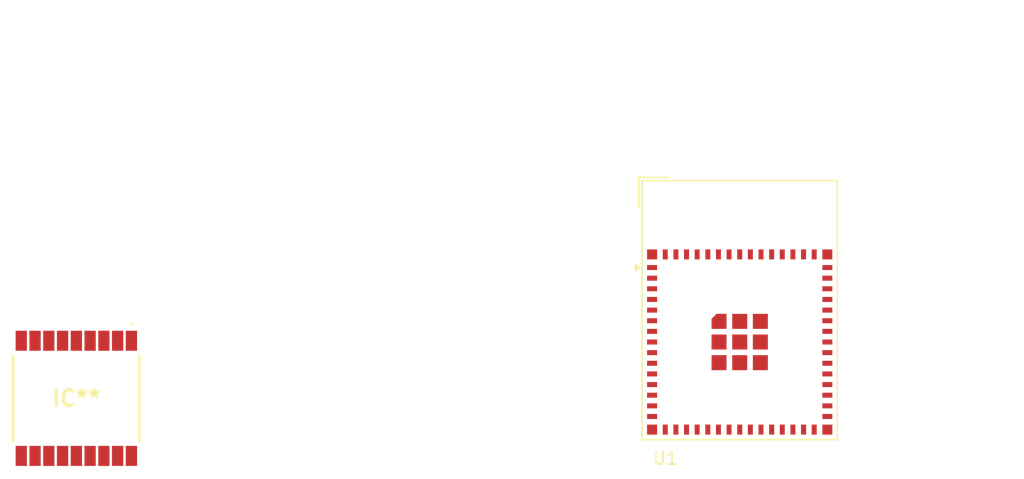
<source format=kicad_pcb>
(kicad_pcb (version 20240108) (generator "pcbnew") (generator_version "8.0")
  (layers (0 "F.Cu" signal) (31 "B.Cu" signal) (34 "B.Paste" user) (35 "F.Paste" user) (36 "B.SilkS" user "B.Silkscreen") (37 "F.SilkS" user "F.Silkscreen") (38 "B.Mask" user) (39 "F.Mask" user) (44 "Edge.Cuts" user))
  (net 0 "")
  (net 3 "Net-(U1-GND-Pad1)")
  (footprint "SamacSys_Parts:TESEOLIV3R" (layer "F.Cu") (at 134 115.5)
    (property "Reference" "IC**" (at 0 0 0) (layer "F.SilkS") (effects (font (size 1.27 1.27) (thickness 0.254))))
    (property "Value" "TESEOLIV3R" (hide yes))
    (fp_line (start -5.05 -3.4) (end -5.05 3.4) (stroke (width 0.2)) (layer "F.SilkS"))
    (fp_line (start 4.4 -6) (end 4.4 -6) (stroke (width 0.1)) (layer "F.SilkS"))
    (fp_line (start 4.4 -5.9) (end 4.4 -5.9) (stroke (width 0.1)) (layer "F.SilkS"))
    (fp_line (start 5.05 -3.4) (end 5.05 3.4) (stroke (width 0.2)) (layer "F.SilkS"))
    (fp_arc (start 4.4 -6) (mid 4.45 -5.95) (end 4.4 -5.9) (stroke (width 0.1)) (layer "F.SilkS"))
    (fp_arc (start 4.4 -5.9) (mid 4.35 -5.95) (end 4.4 -6) (stroke (width 0.1)) (layer "F.SilkS"))
    (pad "1" smd rect (at 4.4 -4.6) (size 0.9 1.6) (layers "F.Cu" "F.Paste" "F.Mask"))
    (pad "2" smd rect (at 3.3 -4.6) (size 0.9 1.6) (layers "F.Cu" "F.Paste" "F.Mask"))
    (pad "3" smd rect (at 2.2 -4.6) (size 0.9 1.6) (layers "F.Cu" "F.Paste" "F.Mask"))
    (pad "4" smd rect (at 1.1 -4.6) (size 0.9 1.6) (layers "F.Cu" "F.Paste" "F.Mask"))
    (pad "5" smd rect (at 0 -4.6) (size 0.9 1.6) (layers "F.Cu" "F.Paste" "F.Mask"))
    (pad "6" smd rect (at -1.1 -4.6) (size 0.9 1.6) (layers "F.Cu" "F.Paste" "F.Mask"))
    (pad "7" smd rect (at -2.2 -4.6) (size 0.9 1.6) (layers "F.Cu" "F.Paste" "F.Mask"))
    (pad "8" smd rect (at -3.3 -4.6) (size 0.9 1.6) (layers "F.Cu" "F.Paste" "F.Mask"))
    (pad "9" smd rect (at -4.4 -4.6) (size 0.9 1.6) (layers "F.Cu" "F.Paste" "F.Mask"))
    (pad "10" smd rect (at -4.4 4.6) (size 0.9 1.6) (layers "F.Cu" "F.Paste" "F.Mask"))
    (pad "11" smd rect (at -3.3 4.6) (size 0.9 1.6) (layers "F.Cu" "F.Paste" "F.Mask"))
    (pad "12" smd rect (at -2.2 4.6) (size 0.9 1.6) (layers "F.Cu" "F.Paste" "F.Mask"))
    (pad "13" smd rect (at -1.1 4.6) (size 0.9 1.6) (layers "F.Cu" "F.Paste" "F.Mask"))
    (pad "14" smd rect (at 0 4.6) (size 0.9 1.6) (layers "F.Cu" "F.Paste" "F.Mask"))
    (pad "15" smd rect (at 1.1 4.6) (size 0.9 1.6) (layers "F.Cu" "F.Paste" "F.Mask"))
    (pad "16" smd rect (at 2.2 4.6) (size 0.9 1.6) (layers "F.Cu" "F.Paste" "F.Mask"))
    (pad "17" smd rect (at 3.3 4.6) (size 0.9 1.6) (layers "F.Cu" "F.Paste" "F.Mask"))
    (pad "18" smd rect (at 4.4 4.6) (size 0.9 1.6) (layers "F.Cu" "F.Paste" "F.Mask"))
  )
  (footprint "RF_Module:ESP32-S2-MINI-1" (layer "F.Cu") (at 187 108.45)
    (property "Reference" "U1" (at -5.95 11.85 0) (layer "F.SilkS"))
    (property "Value" "ESP32-S3-MINI-1")
    (fp_line (start -8.075 -10.6) (end -8.075 -8.15) (stroke (width 0.12)) (layer "F.SilkS"))
    (fp_line (start -8.075 -10.6) (end -5.625 -10.6) (stroke (width 0.12)) (layer "F.SilkS"))
    (fp_line (start -7.8 -10.35) (end 7.8 -10.35) (stroke (width 0.12)) (layer "F.SilkS"))
    (fp_line (start -7.8 10.35) (end -7.8 -10.35) (stroke (width 0.12)) (layer "F.SilkS"))
    (fp_line (start 7.8 -10.35) (end 7.8 10.35) (stroke (width 0.12)) (layer "F.SilkS"))
    (fp_line (start 7.8 10.35) (end -7.8 10.35) (stroke (width 0.12)) (layer "F.SilkS"))
    (fp_poly (pts (xy -7.975 -3.4) (xy -8.311 -3.16) (xy -8.311 -3.64) (xy -7.975 -3.4)) (stroke (width 0.12)) (fill solid) (layer "F.SilkS"))
    (pad "1" smd rect (at -7 -3.4) (size 0.8 0.4) (layers "F.Cu" "F.Paste" "F.Mask") (net 3 "Net-(U1-GND-Pad1)"))
    (pad "2" smd rect (at -7 -2.55) (size 0.8 0.4) (layers "F.Cu" "F.Paste" "F.Mask") (net 3 "Net-(U1-GND-Pad1)"))
    (pad "3" smd rect (at -7 -1.7) (size 0.8 0.4) (layers "F.Cu" "F.Paste" "F.Mask"))
    (pad "4" smd rect (at -7 -0.85) (size 0.8 0.4) (layers "F.Cu" "F.Paste" "F.Mask"))
    (pad "5" smd rect (at -7 0) (size 0.8 0.4) (layers "F.Cu" "F.Paste" "F.Mask"))
    (pad "6" smd rect (at -7 0.85) (size 0.8 0.4) (layers "F.Cu" "F.Paste" "F.Mask"))
    (pad "7" smd rect (at -7 1.7) (size 0.8 0.4) (layers "F.Cu" "F.Paste" "F.Mask"))
    (pad "8" smd rect (at -7 2.55) (size 0.8 0.4) (layers "F.Cu" "F.Paste" "F.Mask"))
    (pad "9" smd rect (at -7 3.4) (size 0.8 0.4) (layers "F.Cu" "F.Paste" "F.Mask"))
    (pad "10" smd rect (at -7 4.25) (size 0.8 0.4) (layers "F.Cu" "F.Paste" "F.Mask"))
    (pad "11" smd rect (at -7 5.1) (size 0.8 0.4) (layers "F.Cu" "F.Paste" "F.Mask"))
    (pad "12" smd rect (at -7 5.95) (size 0.8 0.4) (layers "F.Cu" "F.Paste" "F.Mask"))
    (pad "13" smd rect (at -7 6.8) (size 0.8 0.4) (layers "F.Cu" "F.Paste" "F.Mask"))
    (pad "14" smd rect (at -7 7.65) (size 0.8 0.4) (layers "F.Cu" "F.Paste" "F.Mask"))
    (pad "15" smd rect (at -7 8.5) (size 0.8 0.4) (layers "F.Cu" "F.Paste" "F.Mask"))
    (pad "16" smd rect (at -5.95 9.55 90) (size 0.8 0.4) (layers "F.Cu" "F.Paste" "F.Mask"))
    (pad "17" smd rect (at -5.1 9.55 90) (size 0.8 0.4) (layers "F.Cu" "F.Paste" "F.Mask"))
    (pad "18" smd rect (at -4.25 9.55 90) (size 0.8 0.4) (layers "F.Cu" "F.Paste" "F.Mask"))
    (pad "19" smd rect (at -3.4 9.55 90) (size 0.8 0.4) (layers "F.Cu" "F.Paste" "F.Mask"))
    (pad "20" smd rect (at -2.55 9.55 90) (size 0.8 0.4) (layers "F.Cu" "F.Paste" "F.Mask"))
    (pad "21" smd rect (at -1.7 9.55 90) (size 0.8 0.4) (layers "F.Cu" "F.Paste" "F.Mask"))
    (pad "22" smd rect (at -0.85 9.55 90) (size 0.8 0.4) (layers "F.Cu" "F.Paste" "F.Mask"))
    (pad "23" smd rect (at 0 9.55 90) (size 0.8 0.4) (layers "F.Cu" "F.Paste" "F.Mask"))
    (pad "24" smd rect (at 0.85 9.55 90) (size 0.8 0.4) (layers "F.Cu" "F.Paste" "F.Mask"))
    (pad "25" smd rect (at 1.7 9.55 90) (size 0.8 0.4) (layers "F.Cu" "F.Paste" "F.Mask"))
    (pad "26" smd rect (at 2.55 9.55 90) (size 0.8 0.4) (layers "F.Cu" "F.Paste" "F.Mask"))
    (pad "27" smd rect (at 3.4 9.55 90) (size 0.8 0.4) (layers "F.Cu" "F.Paste" "F.Mask"))
    (pad "28" smd rect (at 4.25 9.55 90) (size 0.8 0.4) (layers "F.Cu" "F.Paste" "F.Mask"))
    (pad "29" smd rect (at 5.1 9.55 90) (size 0.8 0.4) (layers "F.Cu" "F.Paste" "F.Mask"))
    (pad "30" smd rect (at 5.95 9.55 90) (size 0.8 0.4) (layers "F.Cu" "F.Paste" "F.Mask"))
    (pad "31" smd rect (at 7 8.5) (size 0.8 0.4) (layers "F.Cu" "F.Paste" "F.Mask"))
    (pad "32" smd rect (at 7 7.65) (size 0.8 0.4) (layers "F.Cu" "F.Paste" "F.Mask"))
    (pad "33" smd rect (at 7 6.8) (size 0.8 0.4) (layers "F.Cu" "F.Paste" "F.Mask"))
    (pad "34" smd rect (at 7 5.95) (size 0.8 0.4) (layers "F.Cu" "F.Paste" "F.Mask"))
    (pad "35" smd rect (at 7 5.1) (size 0.8 0.4) (layers "F.Cu" "F.Paste" "F.Mask"))
    (pad "36" smd rect (at 7 4.25) (size 0.8 0.4) (layers "F.Cu" "F.Paste" "F.Mask"))
    (pad "37" smd rect (at 7 3.4) (size 0.8 0.4) (layers "F.Cu" "F.Paste" "F.Mask"))
    (pad "38" smd rect (at 7 2.55) (size 0.8 0.4) (layers "F.Cu" "F.Paste" "F.Mask"))
    (pad "39" smd rect (at 7 1.7) (size 0.8 0.4) (layers "F.Cu" "F.Paste" "F.Mask"))
    (pad "40" smd rect (at 7 0.85) (size 0.8 0.4) (layers "F.Cu" "F.Paste" "F.Mask"))
    (pad "41" smd rect (at 7 0) (size 0.8 0.4) (layers "F.Cu" "F.Paste" "F.Mask"))
    (pad "42" smd rect (at 7 -0.85) (size 0.8 0.4) (layers "F.Cu" "F.Paste" "F.Mask") (net 3 "Net-(U1-GND-Pad1)"))
    (pad "43" smd rect (at 7 -1.7) (size 0.8 0.4) (layers "F.Cu" "F.Paste" "F.Mask") (net 3 "Net-(U1-GND-Pad1)"))
    (pad "44" smd rect (at 7 -2.55) (size 0.8 0.4) (layers "F.Cu" "F.Paste" "F.Mask"))
    (pad "45" smd rect (at 7 -3.4) (size 0.8 0.4) (layers "F.Cu" "F.Paste" "F.Mask"))
    (pad "46" smd rect (at 5.95 -4.45 90) (size 0.8 0.4) (layers "F.Cu" "F.Paste" "F.Mask") (net 3 "Net-(U1-GND-Pad1)"))
    (pad "47" smd rect (at 5.1 -4.45 90) (size 0.8 0.4) (layers "F.Cu" "F.Paste" "F.Mask") (net 3 "Net-(U1-GND-Pad1)"))
    (pad "48" smd rect (at 4.25 -4.45 90) (size 0.8 0.4) (layers "F.Cu" "F.Paste" "F.Mask") (net 3 "Net-(U1-GND-Pad1)"))
    (pad "49" smd rect (at 3.4 -4.45 90) (size 0.8 0.4) (layers "F.Cu" "F.Paste" "F.Mask") (net 3 "Net-(U1-GND-Pad1)"))
    (pad "50" smd rect (at 2.55 -4.45 90) (size 0.8 0.4) (layers "F.Cu" "F.Paste" "F.Mask") (net 3 "Net-(U1-GND-Pad1)"))
    (pad "51" smd rect (at 1.7 -4.45 90) (size 0.8 0.4) (layers "F.Cu" "F.Paste" "F.Mask") (net 3 "Net-(U1-GND-Pad1)"))
    (pad "52" smd rect (at 0.85 -4.45 90) (size 0.8 0.4) (layers "F.Cu" "F.Paste" "F.Mask") (net 3 "Net-(U1-GND-Pad1)"))
    (pad "53" smd rect (at 0 -4.45 90) (size 0.8 0.4) (layers "F.Cu" "F.Paste" "F.Mask") (net 3 "Net-(U1-GND-Pad1)"))
    (pad "54" smd rect (at -0.85 -4.45 90) (size 0.8 0.4) (layers "F.Cu" "F.Paste" "F.Mask") (net 3 "Net-(U1-GND-Pad1)"))
    (pad "55" smd rect (at -1.7 -4.45 90) (size 0.8 0.4) (layers "F.Cu" "F.Paste" "F.Mask") (net 3 "Net-(U1-GND-Pad1)"))
    (pad "56" smd rect (at -2.55 -4.45 90) (size 0.8 0.4) (layers "F.Cu" "F.Paste" "F.Mask") (net 3 "Net-(U1-GND-Pad1)"))
    (pad "57" smd rect (at -3.4 -4.45 90) (size 0.8 0.4) (layers "F.Cu" "F.Paste" "F.Mask") (net 3 "Net-(U1-GND-Pad1)"))
    (pad "58" smd rect (at -4.25 -4.45 90) (size 0.8 0.4) (layers "F.Cu" "F.Paste" "F.Mask") (net 3 "Net-(U1-GND-Pad1)"))
    (pad "59" smd rect (at -5.1 -4.45 90) (size 0.8 0.4) (layers "F.Cu" "F.Paste" "F.Mask") (net 3 "Net-(U1-GND-Pad1)"))
    (pad "60" smd rect (at -5.95 -4.45 90) (size 0.8 0.4) (layers "F.Cu" "F.Paste" "F.Mask") (net 3 "Net-(U1-GND-Pad1)"))
    (pad "61" smd roundrect (at -1.65 0.9) (size 1.2 1.2) (layers "F.Cu" "F.Paste" "F.Mask") (roundrect_rratio 0) (chamfer_ratio 0.33) (chamfer top_left) (net 3 "Net-(U1-GND-Pad1)"))
    (pad "61" smd rect (at -1.65 2.55) (size 1.2 1.2) (layers "F.Cu" "F.Paste" "F.Mask") (net 3 "Net-(U1-GND-Pad1)"))
    (pad "61" smd rect (at -1.65 4.2) (size 1.2 1.2) (layers "F.Cu" "F.Paste" "F.Mask") (net 3 "Net-(U1-GND-Pad1)"))
    (pad "61" smd rect (at 0 0.9) (size 1.2 1.2) (layers "F.Cu" "F.Paste" "F.Mask") (net 3 "Net-(U1-GND-Pad1)"))
    (pad "61" smd rect (at 0 2.55) (size 1.2 1.2) (layers "F.Cu" "F.Paste" "F.Mask") (net 3 "Net-(U1-GND-Pad1)"))
    (pad "61" smd rect (at 0 4.2) (size 1.2 1.2) (layers "F.Cu" "F.Paste" "F.Mask") (net 3 "Net-(U1-GND-Pad1)"))
    (pad "61" smd rect (at 1.65 0.9) (size 1.2 1.2) (layers "F.Cu" "F.Paste" "F.Mask") (net 3 "Net-(U1-GND-Pad1)"))
    (pad "61" smd rect (at 1.65 2.55) (size 1.2 1.2) (layers "F.Cu" "F.Paste" "F.Mask") (net 3 "Net-(U1-GND-Pad1)"))
    (pad "61" smd rect (at 1.65 4.2) (size 1.2 1.2) (layers "F.Cu" "F.Paste" "F.Mask") (net 3 "Net-(U1-GND-Pad1)"))
    (pad "62" smd rect (at -7 -4.45) (size 0.8 0.8) (layers "F.Cu" "F.Paste" "F.Mask") (net 3 "Net-(U1-GND-Pad1)"))
    (pad "63" smd rect (at -7 9.55) (size 0.8 0.8) (layers "F.Cu" "F.Paste" "F.Mask") (net 3 "Net-(U1-GND-Pad1)"))
    (pad "64" smd rect (at 7 9.55) (size 0.8 0.8) (layers "F.Cu" "F.Paste" "F.Mask") (net 3 "Net-(U1-GND-Pad1)"))
    (pad "65" smd rect (at 7 -4.45) (size 0.8 0.8) (layers "F.Cu" "F.Paste" "F.Mask") (net 3 "Net-(U1-GND-Pad1)"))
  )
)
</source>
